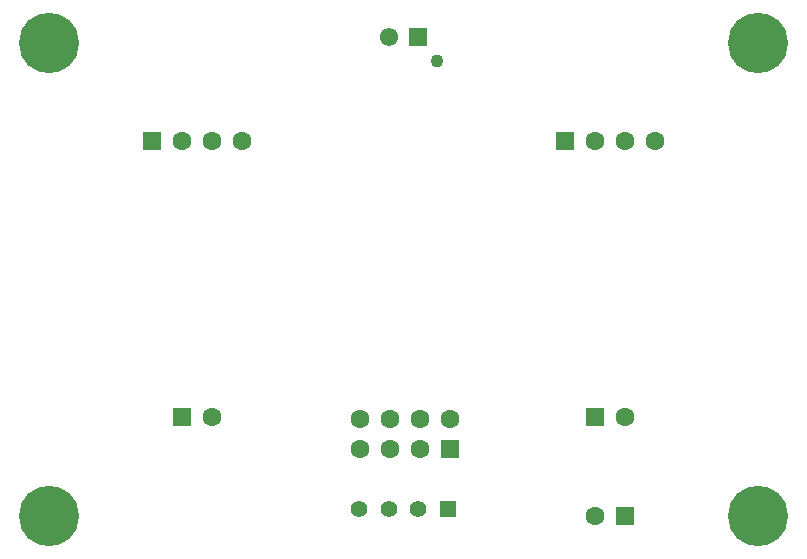
<source format=gbs>
G04*
G04 #@! TF.GenerationSoftware,Altium Limited,Altium Designer,22.0.2 (36)*
G04*
G04 Layer_Color=16711935*
%FSLAX25Y25*%
%MOIN*%
G70*
G04*
G04 #@! TF.SameCoordinates,E55BE46B-2959-4BDD-9443-9F57D387D51D*
G04*
G04*
G04 #@! TF.FilePolarity,Negative*
G04*
G01*
G75*
%ADD14C,0.20085*%
%ADD15C,0.06306*%
%ADD16R,0.06306X0.06306*%
%ADD17R,0.05512X0.05512*%
%ADD18C,0.05512*%
%ADD19C,0.04331*%
%ADD20C,0.06102*%
%ADD21R,0.06102X0.06102*%
D14*
X118110Y78740D02*
D03*
Y-78740D02*
D03*
X-118110D02*
D03*
Y78740D02*
D03*
D15*
X83898Y46000D02*
D03*
X73898D02*
D03*
X63898D02*
D03*
X-53898D02*
D03*
X-63898D02*
D03*
X-73898D02*
D03*
X-14500Y-46500D02*
D03*
X-14500Y-56500D02*
D03*
X-4500Y-46500D02*
D03*
Y-56500D02*
D03*
X5500Y-46500D02*
D03*
Y-56500D02*
D03*
X15500Y-46500D02*
D03*
X63898Y-78740D02*
D03*
X73898Y-46000D02*
D03*
X-63898D02*
D03*
D16*
X53898Y46000D02*
D03*
X-83898D02*
D03*
X15500Y-56500D02*
D03*
X73898Y-78740D02*
D03*
X63898Y-46000D02*
D03*
X-73898D02*
D03*
D17*
X14764Y-76673D02*
D03*
D18*
X4921D02*
D03*
X-4921D02*
D03*
X-14764D02*
D03*
D19*
X11220Y72933D02*
D03*
D20*
X-4921Y80807D02*
D03*
D21*
X4921D02*
D03*
M02*

</source>
